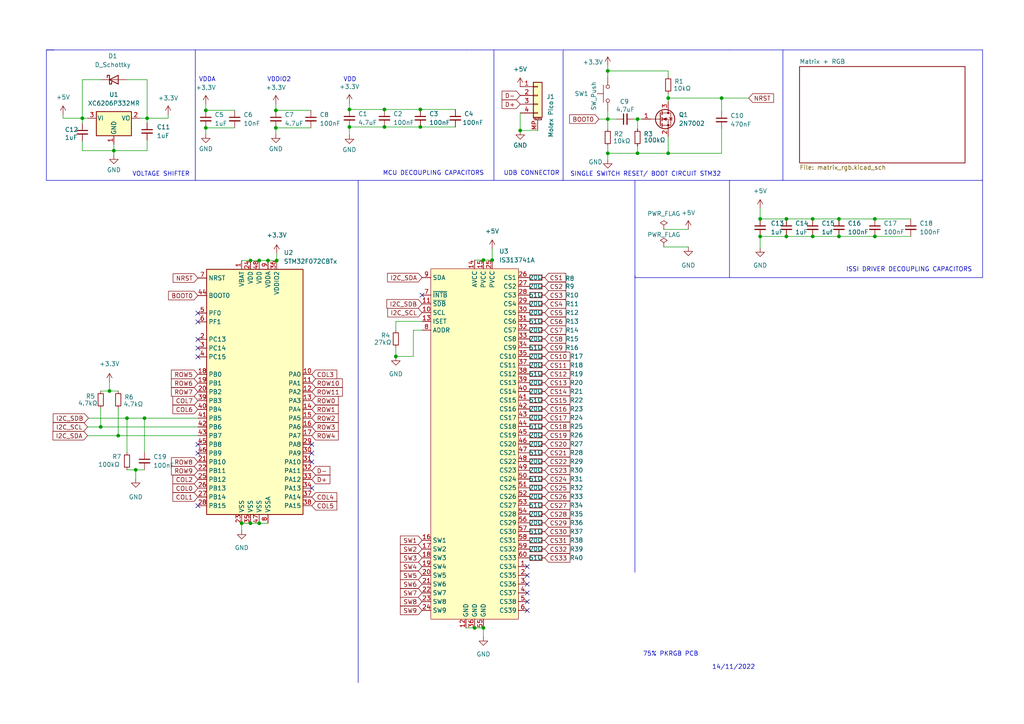
<source format=kicad_sch>
(kicad_sch (version 20230121) (generator eeschema)
  (paper "A4")
  (junction (at 36.83 121.285))
  (junction (at 42.672 34.29))
  (junction (at 41.91 121.285))
  (junction (at 140.208 182.118))
  (junction (at 33.02 43.688))
  (junction (at 101.346 31.75))
  (junction (at 75.184 75.565))
  (junction (at 80.264 75.565))
  (junction (at 23.876 34.29))
  (junction (at 184.912 34.544))
  (junction (at 253.746 68.58))
  (junction (at 59.69 32.004))
  (junction (at 114.808 103.378))
  (junction (at 101.346 36.83))
  (junction (at 235.712 63.5))
  (junction (at 72.644 151.765))
  (junction (at 34.29 126.365))
  (junction (at 59.69 37.084))
  (junction (at 140.208 75.438))
  (junction (at 75.184 151.765))
  (junction (at 209.296 28.448))
  (junction (at 253.746 63.5))
  (junction (at 176.276 34.544))
  (junction (at 31.75 113.411))
  (junction (at 39.37 136.271))
  (junction (at 220.472 63.5))
  (junction (at 176.276 20.574))
  (junction (at 80.01 37.084))
  (junction (at 121.92 36.83))
  (junction (at 184.912 44.45))
  (junction (at 243.332 68.58))
  (junction (at 80.01 32.004))
  (junction (at 150.876 37.846))
  (junction (at 193.802 28.448))
  (junction (at 235.712 68.58))
  (junction (at 228.092 63.5))
  (junction (at 220.472 68.58))
  (junction (at 111.506 36.83))
  (junction (at 142.748 75.438))
  (junction (at 121.92 31.75))
  (junction (at 70.104 151.765))
  (junction (at 72.644 75.565))
  (junction (at 193.802 44.45))
  (junction (at 29.21 123.825))
  (junction (at 77.724 75.565))
  (junction (at 228.092 68.58))
  (junction (at 111.506 31.75))
  (junction (at 176.276 44.45))
  (junction (at 137.668 182.118))
  (junction (at 243.332 63.5))
  (no_connect (at 90.424 128.905))
  (no_connect (at 90.424 133.985))
  (no_connect (at 90.424 141.605))
  (no_connect (at 57.404 146.685))
  (no_connect (at 57.404 131.445))
  (no_connect (at 152.908 164.338))
  (no_connect (at 152.908 166.878))
  (no_connect (at 152.908 169.418))
  (no_connect (at 152.908 171.958))
  (no_connect (at 152.908 174.498))
  (no_connect (at 152.908 177.038))
  (no_connect (at 122.428 85.598))
  (no_connect (at 90.424 131.445))
  (no_connect (at 57.404 90.805))
  (no_connect (at 57.404 93.345))
  (no_connect (at 57.404 98.425))
  (no_connect (at 57.404 100.965))
  (no_connect (at 57.404 103.505))
  (no_connect (at 57.404 128.905))
  (polyline (pts (xy 227.076 14.478) (xy 227.076 52.324)))
  (wire (pts (xy 111.506 31.75) (xy 121.92 31.75)))
  (wire (pts (xy 114.808 100.838) (xy 114.808 103.378)))
  (wire (pts (xy 121.92 31.75) (xy 132.08 31.75)))
  (polyline (pts (xy 13.462 14.478) (xy 56.642 14.478)))
  (wire (pts (xy 23.876 34.29) (xy 25.4 34.29)))
  (wire (pts (xy 34.29 126.365) (xy 57.404 126.365)))
  (wire (pts (xy 150.876 32.766) (xy 150.876 37.846)))
  (wire (pts (xy 18.288 33.274) (xy 18.288 34.29)))
  (wire (pts (xy 193.802 20.574) (xy 193.802 22.098)))
  (polyline (pts (xy 163.322 14.478) (xy 211.582 14.478)))
  (wire (pts (xy 72.644 75.565) (xy 75.184 75.565)))
  (wire (pts (xy 42.672 23.114) (xy 42.672 34.29)))
  (wire (pts (xy 33.02 43.688) (xy 42.672 43.688)))
  (wire (pts (xy 18.288 34.29) (xy 23.876 34.29)))
  (polyline (pts (xy 13.462 14.478) (xy 15.748 14.478)))
  (wire (pts (xy 36.83 121.285) (xy 36.83 131.191)))
  (wire (pts (xy 122.428 95.758) (xy 119.888 95.758)))
  (wire (pts (xy 176.276 34.544) (xy 176.276 32.258)))
  (wire (pts (xy 40.64 34.29) (xy 42.672 34.29)))
  (wire (pts (xy 193.802 44.45) (xy 209.296 44.45)))
  (wire (pts (xy 176.276 44.45) (xy 176.276 46.228)))
  (polyline (pts (xy 211.582 52.324) (xy 211.582 80.518)))
  (wire (pts (xy 33.02 41.91) (xy 33.02 43.688)))
  (wire (pts (xy 80.01 37.084) (xy 80.01 38.862)))
  (wire (pts (xy 29.21 123.825) (xy 57.404 123.825)))
  (wire (pts (xy 101.346 31.75) (xy 111.506 31.75)))
  (wire (pts (xy 176.276 20.574) (xy 193.802 20.574)))
  (polyline (pts (xy 163.068 52.324) (xy 135.382 52.324)))
  (wire (pts (xy 23.876 40.894) (xy 23.876 43.688)))
  (wire (pts (xy 23.876 34.29) (xy 23.876 35.814)))
  (wire (pts (xy 70.104 75.565) (xy 72.644 75.565)))
  (wire (pts (xy 39.37 136.271) (xy 39.37 138.811)))
  (polyline (pts (xy 284.988 52.324) (xy 284.988 14.478)))
  (wire (pts (xy 137.668 75.438) (xy 140.208 75.438)))
  (polyline (pts (xy 184.15 80.01) (xy 184.15 165.989)))
  (wire (pts (xy 183.896 34.544) (xy 184.912 34.544)))
  (polyline (pts (xy 211.582 80.518) (xy 284.988 80.518)))
  (wire (pts (xy 36.83 121.285) (xy 41.91 121.285)))
  (wire (pts (xy 48.768 33.274) (xy 48.768 34.29)))
  (wire (pts (xy 264.16 68.58) (xy 253.746 68.58)))
  (polyline (pts (xy 135.382 52.324) (xy 56.642 52.324)))
  (wire (pts (xy 253.746 63.5) (xy 264.16 63.5)))
  (wire (pts (xy 176.276 34.544) (xy 178.816 34.544)))
  (wire (pts (xy 80.01 30.226) (xy 80.01 32.004)))
  (wire (pts (xy 209.296 28.448) (xy 209.296 32.258)))
  (wire (pts (xy 33.02 43.688) (xy 33.02 44.958)))
  (wire (pts (xy 193.802 44.45) (xy 193.802 39.624)))
  (wire (pts (xy 209.296 37.338) (xy 209.296 44.45)))
  (wire (pts (xy 59.69 37.084) (xy 59.69 38.862)))
  (wire (pts (xy 135.128 182.118) (xy 137.668 182.118)))
  (wire (pts (xy 137.668 182.118) (xy 140.208 182.118)))
  (wire (pts (xy 31.75 113.411) (xy 34.29 113.411)))
  (wire (pts (xy 173.736 34.544) (xy 176.276 34.544)))
  (wire (pts (xy 228.092 63.5) (xy 235.712 63.5)))
  (wire (pts (xy 114.808 103.378) (xy 119.888 103.378)))
  (polyline (pts (xy 184.15 52.324) (xy 184.15 80.518)))
  (polyline (pts (xy 163.322 52.324) (xy 163.068 52.324)))
  (wire (pts (xy 34.29 118.491) (xy 34.29 126.365)))
  (polyline (pts (xy 103.886 52.324) (xy 103.886 197.993)))
  (wire (pts (xy 70.104 151.765) (xy 70.104 153.797)))
  (wire (pts (xy 101.346 36.83) (xy 111.506 36.83)))
  (wire (pts (xy 220.472 68.58) (xy 220.472 71.882)))
  (wire (pts (xy 59.69 30.226) (xy 59.69 32.004)))
  (polyline (pts (xy 135.382 14.478) (xy 163.068 14.478)))
  (polyline (pts (xy 211.582 52.324) (xy 284.988 52.324)))
  (wire (pts (xy 176.276 34.544) (xy 176.276 37.338)))
  (wire (pts (xy 29.21 23.114) (xy 23.876 23.114)))
  (wire (pts (xy 184.912 44.45) (xy 184.912 42.418)))
  (wire (pts (xy 235.712 68.58) (xy 228.092 68.58)))
  (wire (pts (xy 111.506 36.83) (xy 121.92 36.83)))
  (wire (pts (xy 39.37 136.271) (xy 41.91 136.271)))
  (wire (pts (xy 150.876 37.846) (xy 155.956 37.846)))
  (polyline (pts (xy 13.462 14.478) (xy 13.462 52.324)))
  (polyline (pts (xy 56.642 52.324) (xy 13.462 52.324)))
  (wire (pts (xy 192.532 71.628) (xy 199.644 71.628)))
  (wire (pts (xy 101.346 36.83) (xy 101.346 39.116)))
  (polyline (pts (xy 143.256 14.478) (xy 143.256 52.324)))
  (wire (pts (xy 184.912 34.544) (xy 186.182 34.544)))
  (wire (pts (xy 176.276 44.45) (xy 184.912 44.45)))
  (wire (pts (xy 140.208 75.438) (xy 142.748 75.438)))
  (polyline (pts (xy 184.15 80.518) (xy 211.582 80.518)))
  (wire (pts (xy 193.802 28.448) (xy 193.802 29.464)))
  (wire (pts (xy 114.808 93.218) (xy 114.808 95.758)))
  (wire (pts (xy 243.332 68.58) (xy 235.712 68.58)))
  (wire (pts (xy 243.332 63.5) (xy 253.746 63.5)))
  (wire (pts (xy 193.802 28.448) (xy 209.296 28.448)))
  (wire (pts (xy 140.208 182.118) (xy 140.208 184.658)))
  (wire (pts (xy 25.4 123.825) (xy 29.21 123.825)))
  (polyline (pts (xy 56.642 14.478) (xy 56.642 52.324)))
  (wire (pts (xy 42.672 34.29) (xy 42.672 35.56)))
  (wire (pts (xy 122.428 93.218) (xy 114.808 93.218)))
  (wire (pts (xy 80.264 75.565) (xy 80.264 73.533)))
  (wire (pts (xy 77.724 75.565) (xy 80.264 75.565)))
  (wire (pts (xy 59.69 32.004) (xy 68.072 32.004)))
  (wire (pts (xy 25.654 121.285) (xy 36.83 121.285)))
  (wire (pts (xy 75.184 75.565) (xy 77.724 75.565)))
  (wire (pts (xy 29.21 118.491) (xy 29.21 123.825)))
  (wire (pts (xy 23.876 43.688) (xy 33.02 43.688)))
  (wire (pts (xy 75.184 151.765) (xy 72.644 151.765)))
  (wire (pts (xy 176.276 42.418) (xy 176.276 44.45)))
  (wire (pts (xy 80.01 37.084) (xy 90.17 37.084)))
  (wire (pts (xy 41.91 121.285) (xy 57.404 121.285)))
  (wire (pts (xy 192.532 66.548) (xy 199.644 66.548)))
  (wire (pts (xy 29.21 113.411) (xy 31.75 113.411)))
  (wire (pts (xy 25.4 126.365) (xy 34.29 126.365)))
  (wire (pts (xy 176.276 20.574) (xy 176.276 22.098)))
  (wire (pts (xy 176.276 19.05) (xy 176.276 20.574)))
  (wire (pts (xy 77.724 151.765) (xy 75.184 151.765)))
  (wire (pts (xy 184.912 34.544) (xy 184.912 37.338)))
  (wire (pts (xy 220.472 60.452) (xy 220.472 63.5)))
  (wire (pts (xy 31.75 110.871) (xy 31.75 113.411)))
  (wire (pts (xy 59.69 37.084) (xy 68.072 37.084)))
  (wire (pts (xy 48.768 34.29) (xy 42.672 34.29)))
  (wire (pts (xy 184.912 44.45) (xy 193.802 44.45)))
  (wire (pts (xy 80.01 32.004) (xy 90.17 32.004)))
  (wire (pts (xy 119.888 95.758) (xy 119.888 103.378)))
  (wire (pts (xy 193.802 27.178) (xy 193.802 28.448)))
  (wire (pts (xy 220.472 63.5) (xy 228.092 63.5)))
  (polyline (pts (xy 56.642 14.478) (xy 135.382 14.478)))
  (wire (pts (xy 72.644 151.765) (xy 70.104 151.765)))
  (polyline (pts (xy 284.988 80.518) (xy 284.988 52.324)))
  (wire (pts (xy 142.748 72.136) (xy 142.748 75.438)))
  (polyline (pts (xy 284.988 14.478) (xy 211.582 14.478)))
  (wire (pts (xy 36.83 23.114) (xy 42.672 23.114)))
  (wire (pts (xy 228.092 68.58) (xy 220.472 68.58)))
  (wire (pts (xy 41.91 121.285) (xy 41.91 131.191)))
  (wire (pts (xy 36.83 136.271) (xy 39.37 136.271)))
  (wire (pts (xy 121.92 36.83) (xy 132.08 36.83)))
  (wire (pts (xy 235.712 63.5) (xy 243.332 63.5)))
  (wire (pts (xy 253.746 68.58) (xy 243.332 68.58)))
  (wire (pts (xy 101.346 29.972) (xy 101.346 31.75)))
  (polyline (pts (xy 163.322 14.478) (xy 163.322 52.324)))
  (wire (pts (xy 209.296 28.448) (xy 217.17 28.448)))
  (wire (pts (xy 23.876 23.114) (xy 23.876 34.29)))
  (wire (pts (xy 42.672 43.688) (xy 42.672 40.64)))
  (polyline (pts (xy 211.582 52.324) (xy 163.322 52.324)))
  (text "MCU DECOUPLING CAPACITORS " (at 110.998 51.054 0) (effects (font (size 1.27 1.27)) (justify left bottom)))
  (text "ISSI DRIVER DECOUPLING CAPACITORS \n" (at 245.364 78.994 0) (effects (font (size 1.27 1.27)) (justify left bottom)))
  (text "SINGLE SWITCH RESET/ BOOT CIRCUIT STM32\n" (at 165.354 51.308 0) (effects (font (size 1.27 1.27)) (justify left bottom)))
  (text "14/11/2022" (at 206.502 194.31 0) (effects (font (size 1.27 1.27)) (justify left bottom)))
  (text "75% PKRGB PCB" (at 186.436 190.5 0) (effects (font (size 1.27 1.27)) (justify left bottom)))
  (text "UDB CONNECTOR" (at 146.05 51.054 0) (effects (font (size 1.27 1.27)) (justify left bottom)))
  (text "VDDIO2\n" (at 77.47 23.876 0) (effects (font (size 1.27 1.27)) (justify left bottom)))
  (text "VDD\n" (at 99.568 23.876 0) (effects (font (size 1.27 1.27)) (justify left bottom)))
  (text "VDDA \n" (at 57.658 23.876 0) (effects (font (size 1.27 1.27)) (justify left bottom)))
  (text "VOLTAGE SHIFTER" (at 38.354 51.308 0) (effects (font (size 1.27 1.27)) (justify left bottom)))
  (global_label "I2C_SDA" (shape input) (at 122.428 80.518 180) (property "Intersheetrefs" "${INTERSHEET_REFS}" (effects hide)))
  (global_label "SW5" (shape input) (at 122.428 166.878 180) (property "Intersheetrefs" "${INTERSHEET_REFS}" (effects hide)))
  (global_label "CS9" (shape input) (at 157.988 100.838 0) (property "Intersheetrefs" "${INTERSHEET_REFS}" (effects hide)))
  (global_label "CS19" (shape input) (at 157.988 126.238 0) (property "Intersheetrefs" "${INTERSHEET_REFS}" (effects hide)))
  (global_label "CS22" (shape input) (at 157.988 133.858 0) (property "Intersheetrefs" "${INTERSHEET_REFS}" (effects hide)))
  (global_label "CS12" (shape input) (at 157.988 108.458 0) (property "Intersheetrefs" "${INTERSHEET_REFS}" (effects hide)))
  (global_label "CS27" (shape input) (at 157.988 146.558 0) (property "Intersheetrefs" "${INTERSHEET_REFS}" (effects hide)))
  (global_label "D-" (shape input) (at 150.876 27.686 180) (property "Intersheetrefs" "${INTERSHEET_REFS}" (effects hide)))
  (global_label "COL4" (shape input) (at 90.424 144.145 0) (property "Intersheetrefs" "${INTERSHEET_REFS}" (effects hide)))
  (global_label "ROW4" (shape input) (at 90.424 126.365 0) (property "Intersheetrefs" "${INTERSHEET_REFS}" (effects hide)))
  (global_label "CS25" (shape input) (at 157.988 141.478 0) (property "Intersheetrefs" "${INTERSHEET_REFS}" (effects hide)))
  (global_label "CS10" (shape input) (at 157.988 103.378 0) (property "Intersheetrefs" "${INTERSHEET_REFS}" (effects hide)))
  (global_label "CS11" (shape input) (at 157.988 105.918 0) (property "Intersheetrefs" "${INTERSHEET_REFS}" (effects hide)))
  (global_label "CS7" (shape input) (at 157.988 95.758 0) (property "Intersheetrefs" "${INTERSHEET_REFS}" (effects hide)))
  (global_label "NRST" (shape input) (at 57.404 80.645 180) (property "Intersheetrefs" "${INTERSHEET_REFS}" (effects hide)))
  (global_label "COL2" (shape input) (at 57.404 139.065 180) (property "Intersheetrefs" "${INTERSHEET_REFS}" (effects hide)))
  (global_label "I2C_SDA" (shape input) (at 25.4 126.365 180) (property "Intersheetrefs" "${INTERSHEET_REFS}" (effects hide)))
  (global_label "CS4" (shape input) (at 157.988 88.138 0) (property "Intersheetrefs" "${INTERSHEET_REFS}" (effects hide)))
  (global_label "ROW11" (shape input) (at 90.424 113.665 0) (property "Intersheetrefs" "${INTERSHEET_REFS}" (effects hide)))
  (global_label "BOOT0" (shape input) (at 57.404 85.725 180) (property "Intersheetrefs" "${INTERSHEET_REFS}" (effects hide)))
  (global_label "D+" (shape input) (at 150.876 30.226 180) (property "Intersheetrefs" "${INTERSHEET_REFS}" (effects hide)))
  (global_label "ROW9" (shape input) (at 57.404 136.525 180) (property "Intersheetrefs" "${INTERSHEET_REFS}" (effects hide)))
  (global_label "D-" (shape input) (at 90.424 136.525 0) (property "Intersheetrefs" "${INTERSHEET_REFS}" (effects hide)))
  (global_label "ROW5" (shape input) (at 57.404 108.585 180) (property "Intersheetrefs" "${INTERSHEET_REFS}" (effects hide)))
  (global_label "COL7" (shape input) (at 57.404 116.205 180) (property "Intersheetrefs" "${INTERSHEET_REFS}" (effects hide)))
  (global_label "I2C_SDB" (shape input) (at 25.654 121.285 180) (property "Intersheetrefs" "${INTERSHEET_REFS}" (effects hide)))
  (global_label "ROW10" (shape input) (at 90.424 111.125 0) (property "Intersheetrefs" "${INTERSHEET_REFS}" (effects hide)))
  (global_label "D+" (shape input) (at 90.424 139.065 0) (property "Intersheetrefs" "${INTERSHEET_REFS}" (effects hide)))
  (global_label "CS14" (shape input) (at 157.988 113.538 0) (property "Intersheetrefs" "${INTERSHEET_REFS}" (effects hide)))
  (global_label "CS1" (shape input) (at 157.988 80.518 0) (property "Intersheetrefs" "${INTERSHEET_REFS}" (effects hide)))
  (global_label "SW3" (shape input) (at 122.428 161.798 180) (property "Intersheetrefs" "${INTERSHEET_REFS}" (effects hide)))
  (global_label "SW8" (shape input) (at 122.428 174.498 180) (property "Intersheetrefs" "${INTERSHEET_REFS}" (effects hide)))
  (global_label "ROW1" (shape input) (at 90.424 118.745 0) (property "Intersheetrefs" "${INTERSHEET_REFS}" (effects hide)))
  (global_label "SW7" (shape input) (at 122.428 171.958 180) (property "Intersheetrefs" "${INTERSHEET_REFS}" (effects hide)))
  (global_label "I2C_SCL" (shape input) (at 25.4 123.825 180) (property "Intersheetrefs" "${INTERSHEET_REFS}" (effects hide)))
  (global_label "CS2" (shape input) (at 157.988 83.058 0) (property "Intersheetrefs" "${INTERSHEET_REFS}" (effects hide)))
  (global_label "NRST" (shape input) (at 217.17 28.448 0) (property "Intersheetrefs" "${INTERSHEET_REFS}" (effects hide)))
  (global_label "CS8" (shape input) (at 157.988 98.298 0) (property "Intersheetrefs" "${INTERSHEET_REFS}" (effects hide)))
  (global_label "ROW3" (shape input) (at 90.424 123.825 0) (property "Intersheetrefs" "${INTERSHEET_REFS}" (effects hide)))
  (global_label "CS23" (shape input) (at 157.988 136.398 0) (property "Intersheetrefs" "${INTERSHEET_REFS}" (effects hide)))
  (global_label "CS32" (shape input) (at 157.988 159.258 0) (property "Intersheetrefs" "${INTERSHEET_REFS}" (effects hide)))
  (global_label "CS21" (shape input) (at 157.988 131.318 0) (property "Intersheetrefs" "${INTERSHEET_REFS}" (effects hide)))
  (global_label "COL0" (shape input) (at 57.404 141.605 180) (property "Intersheetrefs" "${INTERSHEET_REFS}" (effects hide)))
  (global_label "CS18" (shape input) (at 157.988 123.698 0) (property "Intersheetrefs" "${INTERSHEET_REFS}" (effects hide)))
  (global_label "COL6" (shape input) (at 57.404 118.745 180) (property "Intersheetrefs" "${INTERSHEET_REFS}" (effects hide)))
  (global_label "SW1" (shape input) (at 122.428 156.718 180) (property "Intersheetrefs" "${INTERSHEET_REFS}" (effects hide)))
  (global_label "ROW6" (shape input) (at 57.404 111.125 180) (property "Intersheetrefs" "${INTERSHEET_REFS}" (effects hide)))
  (global_label "BOOT0" (shape input) (at 173.736 34.544 180) (property "Intersheetrefs" "${INTERSHEET_REFS}" (effects hide)))
  (global_label "COL1" (shape input) (at 57.404 144.145 180) (property "Intersheetrefs" "${INTERSHEET_REFS}" (effects hide)))
  (global_label "CS24" (shape input) (at 157.988 138.938 0) (property "Intersheetrefs" "${INTERSHEET_REFS}" (effects hide)))
  (global_label "SW6" (shape input) (at 122.428 169.418 180) (property "Intersheetrefs" "${INTERSHEET_REFS}" (effects hide)))
  (global_label "CS31" (shape input) (at 157.988 156.718 0) (property "Intersheetrefs" "${INTERSHEET_REFS}" (effects hide)))
  (global_label "CS17" (shape input) (at 157.988 121.158 0) (property "Intersheetrefs" "${INTERSHEET_REFS}" (effects hide)))
  (global_label "CS16" (shape input) (at 157.988 118.618 0) (property "Intersheetrefs" "${INTERSHEET_REFS}" (effects hide)))
  (global_label "I2C_SCL" (shape input) (at 122.428 90.678 180) (property "Intersheetrefs" "${INTERSHEET_REFS}" (effects hide)))
  (global_label "CS28" (shape input) (at 157.988 149.098 0) (property "Intersheetrefs" "${INTERSHEET_REFS}" (effects hide)))
  (global_label "I2C_SDB" (shape input) (at 122.428 88.138 180) (property "Intersheetrefs" "${INTERSHEET_REFS}" (effects hide)))
  (global_label "CS30" (shape input) (at 157.988 154.178 0) (property "Intersheetrefs" "${INTERSHEET_REFS}" (effects hide)))
  (global_label "ROW8" (shape input) (at 57.404 133.985 180) (property "Intersheetrefs" "${INTERSHEET_REFS}" (effects hide)))
  (global_label "COL3" (shape input) (at 90.424 108.585 0) (property "Intersheetrefs" "${INTERSHEET_REFS}" (effects hide)))
  (global_label "CS5" (shape input) (at 157.988 90.678 0) (property "Intersheetrefs" "${INTERSHEET_REFS}" (effects hide)))
  (global_label "SW2" (shape input) (at 122.428 159.258 180) (property "Intersheetrefs" "${INTERSHEET_REFS}" (effects hide)))
  (global_label "CS20" (shape input) (at 157.988 128.778 0) (property "Intersheetrefs" "${INTERSHEET_REFS}" (effects hide)))
  (global_label "ROW7" (shape input) (at 57.404 113.665 180) (property "Intersheetrefs" "${INTERSHEET_REFS}" (effects hide)))
  (global_label "SW4" (shape input) (at 122.428 164.338 180) (property "Intersheetrefs" "${INTERSHEET_REFS}" (effects hide)))
  (global_label "CS15" (shape input) (at 157.988 116.078 0) (property "Intersheetrefs" "${INTERSHEET_REFS}" (effects hide)))
  (global_label "COL5" (shape input) (at 90.424 146.685 0) (property "Intersheetrefs" "${INTERSHEET_REFS}" (effects hide)))
  (global_label "CS33" (shape input) (at 157.988 161.798 0) (property "Intersheetrefs" "${INTERSHEET_REFS}" (effects hide)))
  (global_label "SW9" (shape input) (at 122.428 177.038 180) (property "Intersheetrefs" "${INTERSHEET_REFS}" (effects hide)))
  (global_label "ROW2" (shape input) (at 90.424 121.285 0) (property "Intersheetrefs" "${INTERSHEET_REFS}" (effects hide)))
  (global_label "ROW0" (shape input) (at 90.424 116.205 0) (property "Intersheetrefs" "${INTERSHEET_REFS}" (effects hide)))
  (global_label "CS3" (shape input) (at 157.988 85.598 0) (property "Intersheetrefs" "${INTERSHEET_REFS}" (effects hide)))
  (global_label "CS6" (shape input) (at 157.988 93.218 0) (property "Intersheetrefs" "${INTERSHEET_REFS}" (effects hide)))
  (global_label "CS26" (shape input) (at 157.988 144.018 0) (property "Intersheetrefs" "${INTERSHEET_REFS}" (effects hide)))
  (global_label "CS13" (shape input) (at 157.988 110.998 0) (property "Intersheetrefs" "${INTERSHEET_REFS}" (effects hide)))
  (global_label "CS29" (shape input) (at 157.988 151.638 0) (property "Intersheetrefs" "${INTERSHEET_REFS}" (effects hide)))
  (symbol (lib_id "Switch:SW_Push") (at 176.276 27.178 90) (unit 1)
    (property "Reference" "SW1" (at 166.624 27.178 90) (effects (justify right)))
    (property "Value" "SW_Push" (at 172.212 23.622 0) (effects (justify right)))
    (property "Footprint" "Button_Switch_SMD:SW_SPST_SKQG_WithoutStem" (effects hide))
  )
  (symbol (lib_id "Device:R_Small") (at 155.448 95.758 90) (unit 1)
    (property "Reference" "R14" (at 167.894 95.758 90) (effects (justify left)))
    (property "Value" "20Ω" (at 157.48 95.758 90) (effects (justify left)))
    (property "Footprint" "Resistor_SMD:R_0402_1005Metric" (effects hide))
    (property "LCSC" "C25741" (effects hide))
  )
  (symbol (lib_id "power:PWR_FLAG") (at 192.532 71.628 0) (unit 1)
    (property "Reference" "#FLG02" (effects hide))
    (property "Value" "PWR_FLAG" (at 187.706 68.072 0) (effects (justify left)))
  )
  (symbol (lib_id "Device:R_Small") (at 155.448 110.998 90) (unit 1)
    (property "Reference" "R20" (at 169.164 110.998 90) (effects (justify left)))
    (property "Value" "20Ω" (at 157.48 110.998 90) (effects (justify left)))
    (property "Footprint" "Resistor_SMD:R_0402_1005Metric" (effects hide))
    (property "LCSC" "C25741" (effects hide))
  )
  (symbol (lib_id "Device:R_Small") (at 155.448 154.178 90) (unit 1)
    (property "Reference" "R37" (at 169.164 154.178 90) (effects (justify left)))
    (property "Value" "51Ω" (at 157.48 154.178 90) (effects (justify left)))
    (property "Footprint" "Resistor_SMD:R_0402_1005Metric" (effects hide))
    (property "LCSC" "C25741" (effects hide))
  )
  (symbol (lib_id "Device:C_Small") (at 80.01 34.544 0) (unit 1)
    (property "Reference" "C7" (at 82.55 33.2802 0) (effects (justify left)))
    (property "Value" "4.7uF" (at 82.55 35.8202 0) (effects (justify left)))
    (property "Footprint" "Capacitor_SMD:C_0402_1005Metric" (effects hide))
    (property "LCSC" "C368809" (effects hide))
  )
  (symbol (lib_id "Device:R_Small") (at 155.448 149.098 90) (unit 1)
    (property "Reference" "R35" (at 169.164 149.098 90) (effects (justify left)))
    (property "Value" "20Ω" (at 157.48 149.098 90) (effects (justify left)))
    (property "Footprint" "Resistor_SMD:R_0402_1005Metric" (effects hide))
    (property "LCSC" "C25741" (effects hide))
  )
  (symbol (lib_id "Device:R_Small") (at 155.448 121.158 90) (unit 1)
    (property "Reference" "R24" (at 169.164 121.158 90) (effects (justify left)))
    (property "Value" "20Ω" (at 157.48 121.158 90) (effects (justify left)))
    (property "Footprint" "Resistor_SMD:R_0402_1005Metric" (effects hide))
    (property "LCSC" "C25741" (effects hide))
  )
  (symbol (lib_id "Device:R_Small") (at 155.448 161.798 90) (unit 1)
    (property "Reference" "R40" (at 169.164 161.798 90) (effects (justify left)))
    (property "Value" "51Ω" (at 157.48 161.798 90) (effects (justify left)))
    (property "Footprint" "Resistor_SMD:R_0402_1005Metric" (effects hide))
    (property "LCSC" "C25741" (effects hide))
  )
  (symbol (lib_id "power:GND") (at 140.208 184.658 0) (unit 1)
    (property "Reference" "#PWR024" (effects hide))
    (property "Value" "GND" (at 140.208 189.738 0))
  )
  (symbol (lib_id "Connector_Generic_MountingPin:Conn_01x04_MountingPin") (at 155.956 27.686 0) (unit 1)
    (property "Reference" "J1" (at 158.496 28.0415 0) (effects (justify left)))
    (property "Value" "Molex Pico " (at 159.766 39.878 90) (effects (justify left)))
    (property "Footprint" "Connector_Molex:Molex_Pico-EZmate_78171-0004_1x04-1MP_P1.20mm_Vertical" (effects hide))
  )
  (symbol (lib_id "power:GND") (at 59.69 38.862 0) (unit 1)
    (property "Reference" "#PWR08" (effects hide))
    (property "Value" "GND" (at 57.658 43.18 0) (effects (justify left)))
  )
  (symbol (lib_id "power:GND") (at 101.346 39.116 0) (mirror y) (unit 1)
    (property "Reference" "#PWR010" (effects hide))
    (property "Value" "GND" (at 103.378 43.434 0) (effects (justify left)))
  )
  (symbol (lib_id "Device:C_Small") (at 209.296 34.798 0) (unit 1)
    (property "Reference" "C10" (at 211.836 33.5342 0) (effects (justify left)))
    (property "Value" "470nF " (at 211.836 36.0742 0) (effects (justify left)))
    (property "Footprint" "Capacitor_SMD:C_0402_1005Metric" (effects hide))
    (property "LCSC" "C47339" (effects hide))
  )
  (symbol (lib_id "Device:C_Small") (at 264.16 66.04 0) (unit 1)
    (property "Reference" "C18" (at 266.7 64.7762 0) (effects (justify left)))
    (property "Value" "100nF" (at 266.7 67.3162 0) (effects (justify left)))
    (property "Footprint" "Capacitor_SMD:C_0402_1005Metric" (effects hide))
    (property "LCSC" "C307331" (effects hide))
  )
  (symbol (lib_id "Device:R_Small") (at 155.448 128.778 90) (unit 1)
    (property "Reference" "R27" (at 169.164 128.778 90) (effects (justify left)))
    (property "Value" "20Ω" (at 157.48 128.778 90) (effects (justify left)))
    (property "Footprint" "Resistor_SMD:R_0402_1005Metric" (effects hide))
    (property "LCSC" "C25741" (effects hide))
  )
  (symbol (lib_id "power:+5V") (at 220.472 60.452 0) (unit 1)
    (property "Reference" "#PWR014" (effects hide))
    (property "Value" "+5V" (at 220.472 55.372 0))
  )
  (symbol (lib_id "power:+3.3V") (at 176.276 19.05 0) (unit 1)
    (property "Reference" "#PWR01" (effects hide))
    (property "Value" "+3.3V" (at 171.958 18.034 0))
  )
  (symbol (lib_id "Device:R_Small") (at 155.448 105.918 90) (unit 1)
    (property "Reference" "R18" (at 169.164 105.918 90) (effects (justify left)))
    (property "Value" "20Ω" (at 157.48 105.918 90) (effects (justify left)))
    (property "Footprint" "Resistor_SMD:R_0402_1005Metric" (effects hide))
    (property "LCSC" "C25741" (effects hide))
  )
  (symbol (lib_id "power:GND") (at 220.472 71.882 0) (unit 1)
    (property "Reference" "#PWR017" (effects hide))
    (property "Value" "GND" (at 220.472 76.962 0))
  )
  (symbol (lib_id "Device:R_Small") (at 155.448 118.618 90) (unit 1)
    (property "Reference" "R23" (at 169.164 118.618 90) (effects (justify left)))
    (property "Value" "20Ω" (at 157.48 118.618 90) (effects (justify left)))
    (property "Footprint" "Resistor_SMD:R_0402_1005Metric" (effects hide))
    (property "LCSC" "C25741" (effects hide))
  )
  (symbol (lib_id "power:+5V") (at 150.876 25.146 0) (unit 1)
    (property "Reference" "#PWR02" (effects hide))
    (property "Value" "+5V" (at 150.876 20.066 0))
  )
  (symbol (lib_id "Device:C_Small") (at 90.17 34.544 0) (unit 1)
    (property "Reference" "C8" (at 92.71 33.2802 0) (effects (justify left)))
    (property "Value" "100nF" (at 92.71 35.8202 0) (effects (justify left)))
    (property "Footprint" "Capacitor_SMD:C_0402_1005Metric" (effects hide))
    (property "LCSC" "C307331" (effects hide))
  )
  (symbol (lib_id "Device:R_Small") (at 34.29 115.951 0) (unit 1)
    (property "Reference" "R6" (at 36.068 115.189 0) (effects (justify left)))
    (property "Value" "4.7kΩ" (at 35.814 117.221 0) (effects (justify left)))
    (property "Footprint" "Resistor_SMD:R_0402_1005Metric" (effects hide))
    (property "LCSC" "C4109" (effects hide))
  )
  (symbol (lib_id "Device:R_Small") (at 155.448 133.858 90) (unit 1)
    (property "Reference" "R29" (at 169.164 133.858 90) (effects (justify left)))
    (property "Value" "20Ω" (at 157.48 133.858 90) (effects (justify left)))
    (property "Footprint" "Resistor_SMD:R_0402_1005Metric" (effects hide))
    (property "LCSC" "C25741" (effects hide))
  )
  (symbol (lib_id "Device:C_Small") (at 235.712 66.04 0) (unit 1)
    (property "Reference" "C15" (at 238.252 64.7762 0) (effects (justify left)))
    (property "Value" "1uf" (at 238.252 67.3162 0) (effects (justify left)))
    (property "Footprint" "Capacitor_SMD:C_0402_1005Metric" (effects hide))
    (property "LCSC" "C52923" (effects hide))
  )
  (symbol (lib_id "Device:R_Small") (at 155.448 138.938 90) (unit 1)
    (property "Reference" "R31" (at 169.164 138.938 90) (effects (justify left)))
    (property "Value" "51Ω" (at 157.48 138.938 90) (effects (justify left)))
    (property "Footprint" "Resistor_SMD:R_0402_1005Metric" (effects hide))
    (property "LCSC" "C25741" (effects hide))
  )
  (symbol (lib_id "Device:R_Small") (at 155.448 98.298 90) (unit 1)
    (property "Reference" "R15" (at 167.894 98.298 90) (effects (justify left)))
    (property "Value" "20Ω" (at 157.48 98.298 90) (effects (justify left)))
    (property "Footprint" "Resistor_SMD:R_0402_1005Metric" (effects hide))
    (property "LCSC" "C25741" (effects hide))
  )
  (symbol (lib_id "Regulator_Linear:XC6206PxxxMR") (at 33.02 34.29 0) (unit 1)
    (property "Reference" "U1" (at 33.02 27.432 0))
    (property "Value" "XC6206P332MR" (at 33.02 29.972 0))
    (property "Footprint" "Package_TO_SOT_SMD:SOT-23" (effects hide))
    (property "Datasheet" "https://www.torexsemi.com/file/xc6206/XC6206.pdf" (effects hide))
  )
  (symbol (lib_id "power:+3.3V") (at 101.346 29.972 0) (unit 1)
    (property "Reference" "#PWR03" (effects hide))
    (property "Value" "+3.3V" (at 101.346 25.146 0))
  )
  (symbol (lib_id "Device:R_Small") (at 176.276 39.878 0) (unit 1)
    (property "Reference" "R2" (at 178.054 38.862 0) (effects (justify left)))
    (property "Value" "10kΩ" (at 177.8 40.894 0) (effects (justify left)))
    (property "Footprint" "Resistor_SMD:R_0402_1005Metric" (effects hide))
    (property "LCSC" "C25744" (effects hide))
  )
  (symbol (lib_id "Device:R_Small") (at 155.448 131.318 90) (unit 1)
    (property "Reference" "R28" (at 169.164 131.318 90) (effects (justify left)))
    (property "Value" "51Ω" (at 157.48 131.318 90) (effects (justify left)))
    (property "Footprint" "Resistor_SMD:R_0402_1005Metric" (effects hide))
    (property "LCSC" "C25741" (effects hide))
  )
  (symbol (lib_id "Device:R_Small") (at 155.448 80.518 90) (unit 1)
    (property "Reference" "R8" (at 166.624 80.772 90) (effects (justify left)))
    (property "Value" "20Ω" (at 157.48 80.518 90) (effects (justify left)))
    (property "Footprint" "Resistor_SMD:R_0402_1005Metric" (effects hide))
    (property "LCSC" "C25741" (effects hide))
  )
  (symbol (lib_id "power:+3.3V") (at 31.75 110.871 0) (unit 1)
    (property "Reference" "#PWR021" (effects hide))
    (property "Value" "+3.3V" (at 31.75 105.537 0))
  )
  (symbol (lib_id "Device:R_Small") (at 155.448 88.138 90) (unit 1)
    (property "Reference" "R11" (at 167.894 88.138 90) (effects (justify left)))
    (property "Value" "20Ω" (at 157.48 88.138 90) (effects (justify left)))
    (property "Footprint" "Resistor_SMD:R_0402_1005Metric" (effects hide))
    (property "LCSC" "C25741" (effects hide))
  )
  (symbol (lib_id "marbastlib-various:IS313741A") (at 137.668 128.778 0) (unit 1)
    (property "Reference" "U3" (at 144.7674 72.898 0) (effects (justify left)))
    (property "Value" "IS313741A" (at 144.7674 75.438 0) (effects (justify left)))
    (property "Footprint" "PCM_marbastlib-various:QFN-60_EP_7x7_Pitch0.4mm" (effects hide))
    (property "Datasheet" "https://www.lumissil.com/assets/pdf/core/IS31FL3741A_DS.pdf" (effects hide))
    (property "LCSC" "C2940604" (effects hide))
  )
  (symbol (lib_id "Device:C_Small") (at 220.472 66.04 0) (unit 1)
    (property "Reference" "C13" (at 223.52 64.7762 0) (effects (justify left)))
    (property "Value" "1uF" (at 223.52 67.3162 0) (effects (justify left)))
    (property "Footprint" "Capacitor_SMD:C_0402_1005Metric" (effects hide))
    (property "LCSC" "C52923" (effects hide))
  )
  (symbol (lib_id "Device:R_Small") (at 155.448 151.638 90) (unit 1)
    (property "Reference" "R36" (at 169.164 151.638 90) (effects (justify left)))
    (property "Value" "20Ω" (at 157.48 151.638 90) (effects (justify left)))
    (property "Footprint" "Resistor_SMD:R_0402_1005Metric" (effects hide))
    (property "LCSC" "C25741" (effects hide))
  )
  (symbol (lib_id "Device:C_Small") (at 228.092 66.04 0) (unit 1)
    (property "Reference" "C14" (at 230.632 64.7762 0) (effects (justify left)))
    (property "Value" "1uF" (at 230.632 67.3162 0) (effects (justify left)))
    (property "Footprint" "Capacitor_SMD:C_0402_1005Metric" (effects hide))
    (property "LCSC" "C52923" (effects hide))
  )
  (symbol (lib_id "Device:R_Small") (at 114.808 98.298 0) (unit 1)
    (property "Reference" "R4" (at 110.49 97.282 0) (effects (justify left)))
    (property "Value" "27kΩ" (at 108.458 99.314 0) (effects (justify left)))
    (property "Footprint" "Resistor_SMD:R_0402_1005Metric" (effects hide))
    (property "LCSC" "C25551" (effects hide))
  )
  (symbol (lib_id "power:GND") (at 150.876 37.846 0) (unit 1)
    (property "Reference" "#PWR011" (effects hide))
    (property "Value" "GND" (at 148.844 42.164 0) (effects (justify left)))
  )
  (symbol (lib_id "power:+3.3V") (at 80.01 30.226 0) (unit 1)
    (property "Reference" "#PWR05" (effects hide))
    (property "Value" "+3.3V" (at 80.01 25.4 0))
  )
  (symbol (lib_id "Device:R_Small") (at 155.448 90.678 90) (unit 1)
    (property "Reference" "R12" (at 167.894 90.678 90) (effects (justify left)))
    (property "Value" "20Ω" (at 157.48 90.678 90) (effects (justify left)))
    (property "Footprint" "Resistor_SMD:R_0402_1005Metric" (effects hide))
    (property "LCSC" "C25741" (effects hide))
  )
  (symbol (lib_id "power:GND") (at 176.276 46.228 0) (unit 1)
    (property "Reference" "#PWR012" (effects hide))
    (property "Value" "GND" (at 170.688 46.99 0) (effects (justify left)))
  )
  (symbol (lib_id "Transistor_FET:2N7002") (at 191.262 34.544 0) (unit 1)
    (property "Reference" "Q1" (at 196.85 33.2739 0) (effects (justify left)))
    (property "Value" "2N7002" (at 196.85 35.8139 0) (effects (justify left)))
    (property "Footprint" "Package_TO_SOT_SMD:SOT-23" (effects hide))
    (property "Datasheet" "https://www.onsemi.com/pub/Collateral/NDS7002A-D.PDF" (effects hide))
    (property "LCSC" "C8545" (effects hide))
  )
  (symbol (lib_id "Device:R_Small") (at 29.21 115.951 0) (unit 1)
    (property "Reference" "R5" (at 24.892 114.935 0) (effects (justify left)))
    (property "Value" "4.7kΩ" (at 22.606 116.967 0) (effects (justify left)))
    (property "Footprint" "Resistor_SMD:R_0402_1005Metric" (effects hide))
    (property "LCSC" "C4109" (effects hide))
  )
  (symbol (lib_id "Device:R_Small") (at 155.448 85.598 90) (unit 1)
    (property "Reference" "R10" (at 167.894 85.598 90) (effects (justify left)))
    (property "Value" "51Ω" (at 157.48 85.598 90) (effects (justify left)))
    (property "Footprint" "Resistor_SMD:R_0402_1005Metric" (effects hide))
    (property "LCSC" "C25741" (effects hide))
  )
  (symbol (lib_id "Device:R_Small") (at 155.448 136.398 90) (unit 1)
    (property "Reference" "R30" (at 169.164 136.398 90) (effects (justify left)))
    (property "Value" "20Ω" (at 157.48 136.398 90) (effects (justify left)))
    (property "Footprint" "Resistor_SMD:R_0402_1005Metric" (effects hide))
    (property "LCSC" "C25741" (effects hide))
  )
  (symbol (lib_id "Device:R_Small") (at 155.448 100.838 90) (unit 1)
    (property "Reference" "R16" (at 167.894 100.838 90) (effects (justify left)))
    (property "Value" "51Ω" (at 157.48 100.838 90) (effects (justify left)))
    (property "Footprint" "Resistor_SMD:R_0402_1005Metric" (effects hide))
    (property "LCSC" "C25741" (effects hide))
  )
  (symbol (lib_id "Device:R_Small") (at 36.83 133.731 0) (unit 1)
    (property "Reference" "R7" (at 32.512 132.461 0) (effects (justify left)))
    (property "Value" "100kΩ" (at 28.448 134.747 0) (effects (justify left)))
    (property "Footprint" "Resistor_SMD:R_0402_1005Metric" (effects hide))
    (property "LCSC" "C25741" (effects hide))
  )
  (symbol (lib_id "Device:R_Small") (at 155.448 103.378 90) (unit 1)
    (property "Reference" "R17" (at 169.164 103.378 90) (effects (justify left)))
    (property "Value" "20Ω" (at 157.48 103.378 90) (effects (justify left)))
    (property "Footprint" "Resistor_SMD:R_0402_1005Metric" (effects hide))
    (property "LCSC" "C25741" (effects hide))
  )
  (symbol (lib_id "power:GND") (at 199.644 71.628 0) (unit 1)
    (property "Reference" "#PWR016" (effects hide))
    (property "Value" "GND" (at 199.644 76.962 0))
  )
  (symbol (lib_id "Device:R_Small") (at 155.448 113.538 90) (unit 1)
    (property "Reference" "R21" (at 169.164 113.538 90) (effects (justify left)))
    (property "Value" "20Ω" (at 157.48 113.538 90) (effects (justify left)))
    (property "Footprint" "Resistor_SMD:R_0402_1005Metric" (effects hide))
    (property "LCSC" "C25741" (effects hide))
  )
  (symbol (lib_id "Device:R_Small") (at 155.448 93.218 90) (unit 1)
    (property "Reference" "R13" (at 167.894 93.218 90) (effects (justify left)))
    (property "Value" "51Ω" (at 157.48 93.218 90) (effects (justify left)))
    (property "Footprint" "Resistor_SMD:R_0402_1005Metric" (effects hide))
    (property "LCSC" "C25741" (effects hide))
  )
  (symbol (lib_id "Device:C_Small") (at 111.506 34.29 0) (unit 1)
    (property "Reference" "C2" (at 114.046 33.0262 0) (effects (justify left)))
    (property "Value" "100nF" (at 114.046 35.5662 0) (effects (justify left)))
    (property "Footprint" "Capacitor_SMD:C_0402_1005Metric" (effects hide))
    (property "LCSC" "C307331" (effects hide))
  )
  (symbol (lib_id "power:+3.3V") (at 59.69 30.226 0) (unit 1)
    (property "Reference" "#PWR04" (effects hide))
    (property "Value" "+3.3V" (at 59.69 25.4 0))
  )
  (symbol (lib_id "power:GND") (at 33.02 44.958 0) (unit 1)
    (property "Reference" "#PWR013" (effects hide))
    (property "Value" "GND" (at 30.988 49.276 0) (effects (justify left)))
  )
  (symbol (lib_id "Device:R_Small") (at 155.448 156.718 90) (unit 1)
    (property "Reference" "R38" (at 169.164 156.718 90) (effects (justify left)))
    (property "Value" "20Ω" (at 157.48 156.718 90) (effects (justify left)))
    (property "Footprint" "Resistor_SMD:R_0402_1005Metric" (effects hide))
    (property "LCSC" "C25741" (effects hide))
  )
  (symbol (lib_id "Device:C_Small") (at 23.876 38.354 0) (unit 1)
    (property "Reference" "C12" (at 18.796 37.592 0) (effects (justify left)))
    (property "Value" "1uF" (at 18.796 39.878 0) (effects (justify left)))
    (property "Footprint" "Capacitor_SMD:C_0402_1005Metric" (effects hide))
    (property "LCSC" "C52923" (effects hide))
  )
  (symbol (lib_id "Device:R_Small") (at 155.448 108.458 90) (unit 1)
    (property "Reference" "R19" (at 169.164 108.458 90) (effects (justify left)))
    (property "Value" "51Ω" (at 157.48 108.458 90) (effects (justify left)))
    (property "Footprint" "Resistor_SMD:R_0402_1005Metric" (effects hide))
    (property "LCSC" "C25741" (effects hide))
  )
  (symbol (lib_id "Device:R_Small") (at 184.912 39.878 0) (unit 1)
    (property "Reference" "R3" (at 186.69 38.862 0) (effects (justify left)))
    (property "Value" "100kΩ" (at 186.69 40.64 0) (effects (justify left)))
    (property "Footprint" "Resistor_SMD:R_0402_1005Metric" (effects hide))
    (property "LCSC" "C25741" (effects hide))
  )
  (symbol (lib_id "Device:R_Small") (at 155.448 83.058 90) (unit 1)
    (property "Reference" "R9" (at 166.624 83.058 90) (effects (justify left)))
    (property "Value" "20Ω" (at 157.48 83.058 90) (effects (justify left)))
    (property "Footprint" "Resistor_SMD:R_0402_1005Metric" (effects hide))
    (property "LCSC" "C25741" (effects hide))
  )
  (symbol (lib_id "Device:R_Small") (at 155.448 123.698 90) (unit 1)
    (property "Reference" "R25" (at 169.164 123.698 90) (effects (justify left)))
    (property "Value" "51Ω" (at 157.48 123.698 90) (effects (justify left)))
    (property "Footprint" "Resistor_SMD:R_0402_1005Metric" (effects hide))
    (property "LCSC" "C25741" (effects hide))
  )
  (symbol (lib_id "Device:C_Small") (at 59.69 34.544 0) (unit 1)
    (property "Reference" "C5" (at 62.23 33.2802 0) (effects (justify left)))
    (property "Value" "1uF" (at 62.23 35.8202 0) (effects (justify left)))
    (property "Footprint" "Capacitor_SMD:C_0402_1005Metric" (effects hide))
    (property "LCSC" "C52923" (effects hide))
  )
  (symbol (lib_id "power:GND") (at 70.104 153.797 0) (unit 1)
    (property "Reference" "#PWR023" (effects hide))
    (property "Value" "GND" (at 70.104 158.877 0))
  )
  (symbol (lib_id "Device:R_Small") (at 155.448 144.018 90) (unit 1)
    (property "Reference" "R33" (at 169.164 144.018 90) (effects (justify left)))
    (property "Value" "20Ω" (at 157.48 144.018 90) (effects (justify left)))
    (property "Footprint" "Resistor_SMD:R_0402_1005Metric" (effects hide))
    (property "LCSC" "C25741" (effects hide))
  )
  (symbol (lib_id "Device:R_Small") (at 155.448 141.478 90) (unit 1)
    (property "Reference" "R32" (at 169.164 141.478 90) (effects (justify left)))
    (property "Value" "20Ω" (at 157.48 141.478 90) (effects (justify left)))
    (property "Footprint" "Resistor_SMD:R_0402_1005Metric" (effects hide))
    (property "LCSC" "C25741" (effects hide))
  )
  (symbol (lib_id "Device:D_Schottky") (at 33.02 23.114 0) (unit 1)
    (property "Reference" "D1" (at 32.7025 16.256 0))
    (property "Value" "D_Schottky" (at 32.7025 18.796 0))
    (property "Footprint" "Diode_SMD:D_SOD-123" (effects hide))
    (property "LCSC" "C82544" (effects hide))
  )
  (symbol (lib_id "Device:R_Small") (at 155.448 126.238 90) (unit 1)
    (property "Reference" "R26" (at 169.164 126.238 90) (effects (justify left)))
    (property "Value" "20Ω" (at 157.48 126.238 90) (effects (justify left)))
    (property "Footprint" "Resistor_SMD:R_0402_1005Metric" (effects hide))
    (property "LCSC" "C25741" (effects hide))
  )
  (symbol (lib_id "Device:R_Small") (at 155.448 116.078 90) (unit 1)
    (property "Reference" "R22" (at 169.164 116.078 90) (effects (justify left)))
    (property "Value" "51Ω" (at 157.48 116.078 90) (effects (justify left)))
    (property "Footprint" "Resistor_SMD:R_0402_1005Metric" (effects hide))
    (property "LCSC" "C25741" (effects hide))
  )
  (symbol (lib_id "Device:C_Small") (at 101.346 34.29 0) (unit 1)
    (property "Reference" "C1" (at 103.886 33.0262 0) (effects (justify left)))
    (property "Value" "4.7uF" (at 103.886 35.5662 0) (effects (justify left)))
    (property "Footprint" "Capacitor_SMD:C_0402_1005Metric" (effects hide))
    (property "LCSC" "C368809" (effects hide))
  )
  (symbol (lib_id "power:+5V") (at 142.748 72.136 0) (unit 1)
    (property "Reference" "#PWR018" (effects hide))
    (property "Value" "+5V" (at 142.748 67.056 0))
  )
  (symbol (lib_id "Device:C_Small") (at 68.072 34.544 0) (unit 1)
    (property "Reference" "C6" (at 70.612 33.2802 0) (effects (justify left)))
    (property "Value" "10nF" (at 70.612 35.8202 0) (effects (justify left)))
    (property "Footprint" "Capacitor_SMD:C_0402_1005Metric" (effects hide))
    (property "LCSC" "C15195" (effects hide))
  )
  (symbol (lib_id "Device:C_Small") (at 132.08 34.29 0) (unit 1)
    (property "Reference" "C4" (at 134.62 33.0262 0) (effects (justify left)))
    (property "Value" "100nF" (at 134.112 35.56 0) (effects (justify left)))
    (property "Footprint" "Capacitor_SMD:C_0402_1005Metric" (effects hide))
    (property "LCSC" "C307331" (effects hide))
  )
  (symbol (lib_id "Device:C_Small") (at 41.91 133.731 0) (unit 1)
    (property "Reference" "C19" (at 44.45 132.4672 0) (effects (justify left)))
    (property "Value" "100nF" (at 44.45 135.0072 0) (effects (justify left)))
    (property "Footprint" "Capacitor_SMD:C_0402_1005Metric" (effects hide))
    (property "LCSC" "C307331" (effects hide))
  )
  (symbol (lib_id "power:+5V") (at 199.644 66.548 0) (unit 1)
    (property "Reference" "#PWR015" (effects hide))
    (property "Value" "+5V" (at 199.644 61.722 0))
  )
  (symbol (lib_id "Device:C_Small") (at 42.672 38.1 0) (unit 1)
    (property "Reference" "C11" (at 45.466 36.8362 0) (effects (justify left)))
    (property "Value" "1uF" (at 45.466 39.3762 0) (effects (justify left)))
    (property "Footprint" "Capacitor_SMD:C_0402_1005Metric" (effects hide))
    (property "LCSC" "C52923" (effects hide))
  )
  (symbol (lib_id "Device:C_Small") (at 181.356 34.544 90) (unit 1)
    (property "Reference" "C9" (at 181.102 29.464 90))
    (property "Value" "4.7uF" (at 181.356 31.75 90))
    (property "Footprint" "Capacitor_SMD:C_0402_1005Metric" (effects hide))
    (property "LCSC" "C368809" (effects hide))
  )
  (symbol (lib_id "Device:R_Small") (at 155.448 146.558 90) (unit 1)
    (property "Reference" "R34" (at 169.164 146.558 90) (effects (justify left)))
    (property "Value" "51Ω" (at 157.48 146.558 90) (effects (justify left)))
    (property "Footprint" "Resistor_SMD:R_0402_1005Metric" (effects hide))
    (property "LCSC" "C25741" (effects hide))
  )
  (symbol (lib_id "power:+5V") (at 18.288 33.274 0) (unit 1)
    (property "Reference" "#PWR06" (effects hide))
    (property "Value" "+5V" (at 18.288 28.194 0))
  )
  (symbol (lib_id "power:PWR_FLAG") (at 192.532 66.548 0) (unit 1)
    (property "Reference" "#FLG01" (effects hide))
    (property "Value" "PWR_FLAG" (at 192.532 61.976 0))
  )
  (symbol (lib_id "power:GND") (at 114.808 103.378 0) (unit 1)
    (property "Reference" "#PWR020" (effects hide))
    (property "Value" "GND" (at 114.808 108.458 0))
  )
  (symbol (lib_id "power:+3.3V") (at 80.264 73.533 0) (unit 1)
    (property "Reference" "#PWR019" (effects hide))
    (property "Value" "+3.3V" (at 80.264 68.199 0))
  )
  (symbol (lib_id "power:GND") (at 80.01 38.862 0) (mirror y) (unit 1)
    (property "Reference" "#PWR09" (effects hide))
    (property "Value" "GND" (at 82.042 43.18 0) (effects (justify left)))
  )
  (symbol (lib_id "MCU_ST_STM32F0:STM32F072CBTx") (at 75.184 113.665 0) (unit 1)
    (property "Reference" "U2" (at 82.296 73.279 0) (effects (justify left)))
    (property "Value" "STM32F072CBTx" (at 82.296 75.819 0) (effects (justify left)))
    (property "Footprint" "Package_QFP:LQFP-48_7x7mm_P0.5mm" (effects hide))
    (property "Datasheet" "http://www.st.com/st-web-ui/static/active/en/resource/technical/document/datasheet/DM00090510.pdf" (effects hide))
    (property "LCSC" "C81720" (effects hide))
  )
  (symbol (lib_id "Device:C_Small") (at 253.746 66.04 0) (unit 1)
    (property "Reference" "C17" (at 256.286 64.7762 0) (effects (justify left)))
    (property "Value" "100nF" (at 256.286 67.3162 0) (effects (justify left)))
    (property "Footprint" "Capacitor_SMD:C_0402_1005Metric" (effects hide))
    (property "LCSC" "C307331" (effects hide))
  )
  (symbol (lib_id "power:+3.3V") (at 48.768 33.274 0) (unit 1)
    (property "Reference" "#PWR07" (effects hide))
    (property "Value" "+3.3V" (at 48.768 28.448 0))
  )
  (symbol (lib_id "Device:R_Small") (at 193.802 24.638 0) (unit 1)
    (property "Reference" "R1" (at 195.58 23.622 0) (effects (justify left)))
    (property "Value" "10kΩ" (at 195.326 25.654 0) (effects (justify left)))
    (property "Footprint" "Resistor_SMD:R_0402_1005Metric" (effects hide))
    (property "LCSC" "C25744" (effects hide))
  )
  (symbol (lib_id "power:GND") (at 39.37 138.811 0) (unit 1)
    (property "Reference" "#PWR022" (effects hide))
    (property "Value" "GND" (at 39.37 144.145 0))
  )
  (symbol (lib_id "Device:R_Small") (at 155.448 159.258 90) (unit 1)
    (property "Reference" "R39" (at 169.164 159.258 90) (effects (justify left)))
    (property "Value" "20Ω" (at 157.48 159.258 90) (effects (justify left)))
    (property "Footprint" "Resistor_SMD:R_0402_1005Metric" (effects hide))
    (property "LCSC" "C25741" (effects hide))
  )
  (symbol (lib_id "Device:C_Small") (at 243.332 66.04 0) (unit 1)
    (property "Reference" "C16" (at 245.872 64.7762 0) (effects (justify left)))
    (property "Value" "100nF" (at 245.872 67.3162 0) (effects (justify left)))
    (property "Footprint" "Capacitor_SMD:C_0402_1005Metric" (effects hide))
    (property "LCSC" "C307331" (effects hide))
  )
  (symbol (lib_id "Device:C_Small") (at 121.92 34.29 0) (unit 1)
    (property "Reference" "C3" (at 124.46 33.0262 0) (effects (justify left)))
    (property "Value" "100nF" (at 124.46 35.5662 0) (effects (justify left)))
    (property "Footprint" "Capacitor_SMD:C_0402_1005Metric" (effects hide))
    (property "LCSC" "C307331" (effects hide))
  )
  (sheet (at 231.902 19.304) (size 48.006 27.94) (stroke (width 0.1524))
    (property "Sheetname" "Matrix + RGB" (at 231.902 18.5924 0) (effects (justify left bottom)))
    (property "Sheetfile" "matrix_rgb.kicad_sch" (at 231.902 47.8286 0) (effects (justify left top)))
  )
)
</source>
